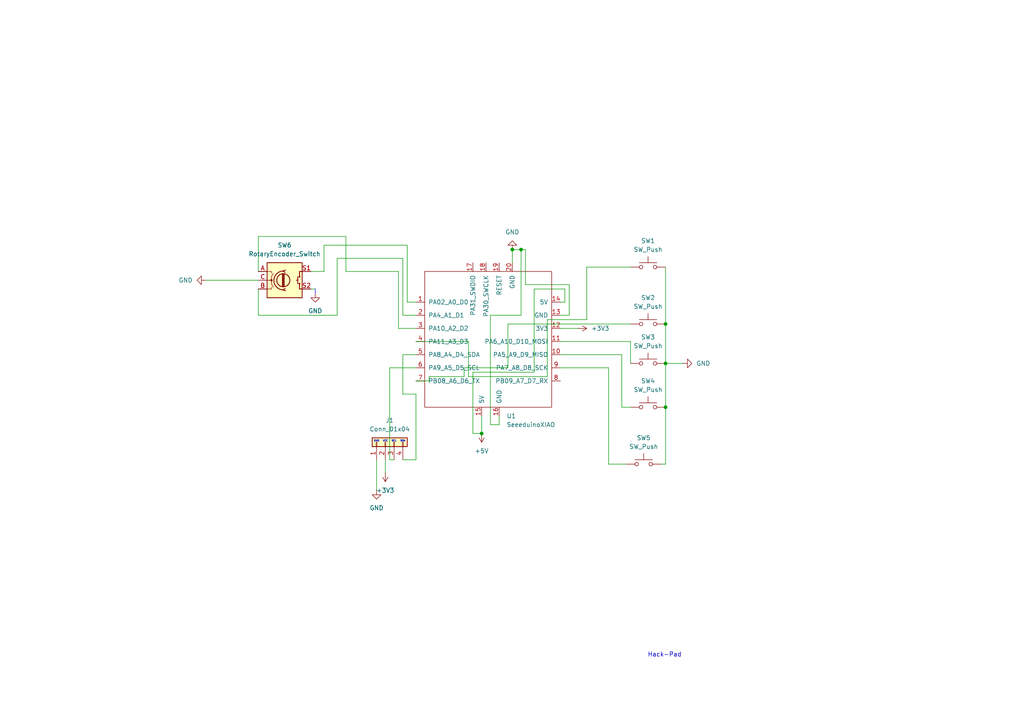
<source format=kicad_sch>
(kicad_sch (version 20250114) (generator "eeschema") (generator_version "9.0")
  (paper "A4")
  (lib_symbols
    (symbol "Connector_Generic:Conn_01x04" (pin_names (offset 1.016) (hide yes))
      (property "Reference" "J" (at 0 5.08 0))
      (property "Value" "Conn_01x04" (at 0 -7.62 0))
      (symbol "Conn_01x04_1_1"
        (rectangle (start -1.27 3.81) (end 1.27 -6.35) (stroke (width 0.254)) (fill (type background)))
        (rectangle (start -1.27 2.667) (end 0 2.413) (stroke (width 0.1524)))
        (rectangle (start -1.27 0.127) (end 0 -0.127) (stroke (width 0.1524)))
        (rectangle (start -1.27 -2.413) (end 0 -2.667) (stroke (width 0.1524)))
        (rectangle (start -1.27 -4.953) (end 0 -5.207) (stroke (width 0.1524)))
        (pin passive line (at -5.08 2.54 0) (length 3.81) (name "Pin_1") (number "1"))
        (pin passive line (at -5.08 0 0) (length 3.81) (name "Pin_2") (number "2"))
        (pin passive line (at -5.08 -2.54 0) (length 3.81) (name "Pin_3") (number "3"))
        (pin passive line (at -5.08 -5.08 0) (length 3.81) (name "Pin_4") (number "4"))
      )
    )
    (symbol "Device:RotaryEncoder_Switch" (pin_names (offset 0.254) (hide yes))
      (property "Reference" "SW" (at 0 6.604 0))
      (property "Value" "RotaryEncoder_Switch" (at 0 -6.604 0))
      (symbol "RotaryEncoder_Switch_0_1"
        (rectangle (start -5.08 5.08) (end 5.08 -5.08) (stroke (width 0.254)) (fill (type background)))
        (polyline (pts (xy -5.08 2.54) (xy -3.81 2.54) (xy -3.81 2.032)))
        (polyline (pts (xy -5.08 0) (xy -3.81 0) (xy -3.81 -1.016) (xy -3.302 -2.032)))
        (polyline (pts (xy -5.08 -2.54) (xy -3.81 -2.54) (xy -3.81 -2.032)))
        (polyline (pts (xy -4.318 0) (xy -3.81 0) (xy -3.81 1.016) (xy -3.302 2.032)))
        (circle (center -3.81 0) (radius 0.254) (fill (type outline)))
        (polyline (pts (xy -0.635 -1.778) (xy -0.635 1.778)) (stroke (width 0.254)))
        (circle (center -0.381 0) (radius 1.905) (stroke (width 0.254)))
        (polyline (pts (xy -0.381 -1.778) (xy -0.381 1.778)) (stroke (width 0.254)))
        (arc (start -0.381 -2.794) (mid -3.0988 -0.0635) (end -0.381 2.667) (stroke (width 0.254)))
        (polyline (pts (xy -0.127 1.778) (xy -0.127 -1.778)) (stroke (width 0.254)))
        (polyline (pts (xy 0.254 2.921) (xy -0.508 2.667) (xy 0.127 2.286)) (stroke (width 0.254)))
        (polyline (pts (xy 0.254 -3.048) (xy -0.508 -2.794) (xy 0.127 -2.413)) (stroke (width 0.254)))
        (polyline (pts (xy 3.81 1.016) (xy 3.81 -1.016)) (stroke (width 0.254)))
        (polyline (pts (xy 3.81 0) (xy 3.429 0)) (stroke (width 0.254)))
        (circle (center 4.318 1.016) (radius 0.127) (stroke (width 0.254)))
        (circle (center 4.318 -1.016) (radius 0.127) (stroke (width 0.254)))
        (polyline (pts (xy 5.08 2.54) (xy 4.318 2.54) (xy 4.318 1.016)) (stroke (width 0.254)))
        (polyline (pts (xy 5.08 -2.54) (xy 4.318 -2.54) (xy 4.318 -1.016)) (stroke (width 0.254)))
      )
      (symbol "RotaryEncoder_Switch_1_1"
        (pin passive line (at -7.62 2.54 0) (length 2.54) (name "A") (number "A"))
        (pin passive line (at -7.62 0 0) (length 2.54) (name "C") (number "C"))
        (pin passive line (at -7.62 -2.54 0) (length 2.54) (name "B") (number "B"))
        (pin passive line (at 7.62 2.54 180) (length 2.54) (name "S1") (number "S1"))
        (pin passive line (at 7.62 -2.54 180) (length 2.54) (name "S2") (number "S2"))
      )
    )
    (symbol "Seeeduino XIAO:SeeeduinoXIAO" (pin_names (offset 1.016))
      (property "Reference" "U" (at -19.05 22.86 0))
      (property "Value" "SeeeduinoXIAO" (at -12.7 21.59 0))
      (symbol "SeeeduinoXIAO_0_1"
        (rectangle (start -19.05 20.32) (end 17.78 -19.05))
      )
      (symbol "SeeeduinoXIAO_1_1"
        (pin unspecified line (at -21.59 11.43 0) (length 2.54) (name "PA02_A0_D0") (number "1"))
        (pin unspecified line (at -21.59 7.62 0) (length 2.54) (name "PA4_A1_D1") (number "2"))
        (pin unspecified line (at -21.59 3.81 0) (length 2.54) (name "PA10_A2_D2") (number "3"))
        (pin unspecified line (at -21.59 0 0) (length 2.54) (name "PA11_A3_D3") (number "4"))
        (pin unspecified line (at -21.59 -3.81 0) (length 2.54) (name "PA8_A4_D4_SDA") (number "5"))
        (pin unspecified line (at -21.59 -7.62 0) (length 2.54) (name "PA9_A5_D5_SCL") (number "6"))
        (pin unspecified line (at -21.59 -11.43 0) (length 2.54) (name "PB08_A6_D6_TX") (number "7"))
        (pin input line (at -5.08 22.86 270) (length 2.54) (name "PA31_SWDIO") (number "17"))
        (pin input line (at -2.54 -21.59 90) (length 2.54) (name "5V") (number "15"))
        (pin input line (at -1.27 22.86 270) (length 2.54) (name "PA30_SWCLK") (number "18"))
        (pin input line (at 2.54 22.86 270) (length 2.54) (name "RESET") (number "19"))
        (pin input line (at 2.54 -21.59 90) (length 2.54) (name "GND") (number "16"))
        (pin input line (at 6.35 22.86 270) (length 2.54) (name "GND") (number "20"))
        (pin unspecified line (at 20.32 11.43 180) (length 2.54) (name "5V") (number "14"))
        (pin unspecified line (at 20.32 7.62 180) (length 2.54) (name "GND") (number "13"))
        (pin unspecified line (at 20.32 3.81 180) (length 2.54) (name "3V3") (number "12"))
        (pin unspecified line (at 20.32 0 180) (length 2.54) (name "PA6_A10_D10_MOSI") (number "11"))
        (pin unspecified line (at 20.32 -3.81 180) (length 2.54) (name "PA5_A9_D9_MISO") (number "10"))
        (pin unspecified line (at 20.32 -7.62 180) (length 2.54) (name "PA7_A8_D8_SCK") (number "9"))
        (pin unspecified line (at 20.32 -11.43 180) (length 2.54) (name "PB09_A7_D7_RX") (number "8"))
      )
    )
    (symbol "Switch:SW_Push" (pin_numbers (hide yes)) (pin_names (offset 1.016) (hide yes))
      (property "Reference" "SW" (at 1.27 2.54 0))
      (property "Value" "SW_Push" (at 0 -1.524 0))
      (symbol "SW_Push_0_1"
        (circle (center -2.032 0) (radius 0.508))
        (polyline (pts (xy 0 1.27) (xy 0 3.048)))
        (circle (center 2.032 0) (radius 0.508))
        (polyline (pts (xy 2.54 1.27) (xy -2.54 1.27)))
        (pin passive line (at -5.08 0 0) (length 2.54) (name "1") (number "1"))
        (pin passive line (at 5.08 0 180) (length 2.54) (name "2") (number "2"))
      )
    )
    (symbol "power:+3V3" (power) (pin_numbers (hide yes)) (pin_names (offset 0) (hide yes))
      (property "Value" "+3V3" (at 0 3.556 0))
      (symbol "+3V3_0_1"
        (polyline (pts (xy -0.762 1.27) (xy 0 2.54)))
        (polyline (pts (xy 0 2.54) (xy 0.762 1.27)))
        (polyline (pts (xy 0 0) (xy 0 2.54)))
      )
      (symbol "+3V3_1_1"
        (pin power_in line (at 0 0 90) (length 0) (name "~") (number "1"))
      )
    )
    (symbol "power:+5V" (power) (pin_numbers (hide yes)) (pin_names (offset 0) (hide yes))
      (property "Value" "+5V" (at 0 3.556 0))
      (symbol "+5V_0_1"
        (polyline (pts (xy -0.762 1.27) (xy 0 2.54)))
        (polyline (pts (xy 0 2.54) (xy 0.762 1.27)))
        (polyline (pts (xy 0 0) (xy 0 2.54)))
      )
      (symbol "+5V_1_1"
        (pin power_in line (at 0 0 90) (length 0) (name "~") (number "1"))
      )
    )
    (symbol "power:GND" (power) (pin_numbers (hide yes)) (pin_names (offset 0) (hide yes))
      (property "Value" "GND" (at 0 -3.81 0))
      (symbol "GND_0_1"
        (polyline (pts (xy 0 0) (xy 0 -1.27) (xy 1.27 -1.27) (xy 0 -2.54) (xy -1.27 -1.27) (xy 0 -1.27)))
      )
      (symbol "GND_1_1"
        (pin power_in line (at 0 0 270) (length 0) (name "~") (number "1"))
      )
    )
  )
  (text "Hack-Pad\n" (at 192.786 189.992 0) (effects (font (size 1.27 1.27))))
  (text "SDA\n" (at 116.84 128.016 0) (effects (font (size 0.508 0.508))))
  (text "SW_Push" (at -95.25 -5.08 0) (effects (font (size 1.27 1.27))))
  (text "SCL" (at 114.3 128.016 0) (effects (font (size 0.508 0.508))))
  (text "VCC\n" (at 111.76 128.016 0) (effects (font (size 0.508 0.508))))
  (text "GND\n" (at 109.22 128.016 0) (effects (font (size 0.508 0.508))))
  (junction (at 193.04 118.11))
  (junction (at 139.7 125.73))
  (junction (at 148.59 72.39))
  (junction (at 193.04 105.41))
  (junction (at 193.04 93.98))
  (junction (at 151.13 72.39))
  (wire (pts (xy 144.78 123.19) (xy 142.24 123.19)))
  (wire (pts (xy 148.59 72.39) (xy 148.59 76.2)))
  (wire (pts (xy 113.03 106.68) (xy 120.65 106.68)))
  (wire (pts (xy 162.56 102.87) (xy 180.34 102.87)))
  (wire (pts (xy 91.44 83.82) (xy 91.44 85.09)) (stroke (width 0) (color 0 0 255 1)))
  (wire (pts (xy 134.62 109.22) (xy 134.62 106.68)))
  (wire (pts (xy 147.32 93.98) (xy 182.88 93.98)))
  (wire (pts (xy 152.4 82.55) (xy 152.4 72.39)))
  (wire (pts (xy 114.3 133.35) (xy 113.03 133.35)))
  (wire (pts (xy 120.65 133.35) (xy 120.65 114.3)))
  (wire (pts (xy 116.84 133.35) (xy 120.65 133.35)))
  (wire (pts (xy 180.34 102.87) (xy 180.34 118.11)))
  (wire (pts (xy 165.1 91.44) (xy 165.1 82.55)))
  (wire (pts (xy 158.75 109.22) (xy 135.89 109.22)))
  (wire (pts (xy 137.16 107.95) (xy 154.94 107.95)))
  (wire (pts (xy 59.69 81.28) (xy 74.93 81.28)))
  (wire (pts (xy 116.84 74.93) (xy 116.84 91.44)))
  (wire (pts (xy 193.04 93.98) (xy 193.04 105.41)))
  (wire (pts (xy 148.59 72.39) (xy 151.13 72.39)))
  (wire (pts (xy 116.84 102.87) (xy 120.65 102.87)))
  (wire (pts (xy 100.33 78.74) (xy 115.57 78.74)))
  (wire (pts (xy 193.04 77.47) (xy 193.04 93.98)))
  (wire (pts (xy 142.24 91.44) (xy 151.13 91.44)))
  (wire (pts (xy 90.17 83.82) (xy 91.44 83.82)))
  (wire (pts (xy 162.56 91.44) (xy 165.1 91.44)))
  (wire (pts (xy 135.89 109.22) (xy 135.89 99.06)))
  (wire (pts (xy 118.11 87.63) (xy 120.65 87.63)))
  (wire (pts (xy 134.62 106.68) (xy 147.32 106.68)))
  (wire (pts (xy 163.83 87.63) (xy 162.56 87.63)))
  (wire (pts (xy 113.03 133.35) (xy 113.03 106.68)))
  (wire (pts (xy 120.65 110.49) (xy 124.46 110.49)))
  (wire (pts (xy 124.46 109.22) (xy 134.62 109.22)))
  (wire (pts (xy 193.04 105.41) (xy 193.04 118.11)))
  (wire (pts (xy 74.93 68.58) (xy 100.33 68.58)))
  (wire (pts (xy 97.79 74.93) (xy 116.84 74.93)))
  (wire (pts (xy 97.79 91.44) (xy 97.79 74.93)))
  (wire (pts (xy 124.46 110.49) (xy 124.46 109.22)))
  (wire (pts (xy 154.94 83.82) (xy 163.83 83.82)))
  (wire (pts (xy 158.75 92.71) (xy 158.75 109.22)))
  (wire (pts (xy 139.7 120.65) (xy 139.7 125.73)))
  (wire (pts (xy 151.13 72.39) (xy 152.4 72.39)))
  (wire (pts (xy 165.1 82.55) (xy 152.4 82.55)))
  (wire (pts (xy 182.88 99.06) (xy 182.88 105.41)))
  (wire (pts (xy 93.98 78.74) (xy 93.98 71.12)))
  (wire (pts (xy 135.89 99.06) (xy 120.65 99.06)))
  (wire (pts (xy 193.04 134.62) (xy 193.04 118.11)))
  (wire (pts (xy 170.18 77.47) (xy 182.88 77.47)))
  (wire (pts (xy 74.93 91.44) (xy 97.79 91.44)))
  (wire (pts (xy 109.22 133.35) (xy 109.22 142.24)))
  (wire (pts (xy 144.78 120.65) (xy 144.78 123.19)))
  (wire (pts (xy 115.57 78.74) (xy 115.57 95.25)))
  (wire (pts (xy 142.24 123.19) (xy 142.24 91.44)))
  (wire (pts (xy 116.84 114.3) (xy 116.84 102.87)))
  (wire (pts (xy 170.18 92.71) (xy 170.18 77.47)))
  (wire (pts (xy 137.16 125.73) (xy 137.16 107.95)))
  (wire (pts (xy 163.83 83.82) (xy 163.83 87.63)))
  (wire (pts (xy 74.93 78.74) (xy 74.93 68.58)))
  (wire (pts (xy 151.13 91.44) (xy 151.13 72.39)))
  (wire (pts (xy 191.77 134.62) (xy 193.04 134.62)))
  (wire (pts (xy 115.57 95.25) (xy 120.65 95.25)))
  (wire (pts (xy 162.56 95.25) (xy 167.64 95.25)))
  (wire (pts (xy 154.94 107.95) (xy 154.94 83.82)))
  (wire (pts (xy 162.56 99.06) (xy 182.88 99.06)))
  (wire (pts (xy 180.34 118.11) (xy 182.88 118.11)))
  (wire (pts (xy 158.75 92.71) (xy 170.18 92.71)))
  (wire (pts (xy 118.11 71.12) (xy 118.11 87.63)))
  (wire (pts (xy 116.84 91.44) (xy 120.65 91.44)))
  (wire (pts (xy 176.53 106.68) (xy 176.53 134.62)))
  (wire (pts (xy 139.7 125.73) (xy 137.16 125.73)))
  (wire (pts (xy 193.04 105.41) (xy 198.12 105.41)))
  (wire (pts (xy 176.53 134.62) (xy 181.61 134.62)))
  (wire (pts (xy 120.65 114.3) (xy 116.84 114.3)))
  (wire (pts (xy 74.93 83.82) (xy 74.93 91.44)))
  (wire (pts (xy 162.56 106.68) (xy 176.53 106.68)))
  (wire (pts (xy 100.33 68.58) (xy 100.33 78.74)))
  (wire (pts (xy 90.17 78.74) (xy 93.98 78.74)))
  (wire (pts (xy 93.98 71.12) (xy 118.11 71.12)))
  (wire (pts (xy 111.76 133.35) (xy 111.76 137.16)))
  (wire (pts (xy 147.32 106.68) (xy 147.32 93.98)))
  (symbol (lib_id "Switch:SW_Push") (at 186.69 134.62 0) (unit 1)
    (property "Reference" "SW5" (at 186.69 127 0))
    (property "Value" "SW_Push" (at 186.69 129.54 0))
    (property "Footprint" "Button_Switch_Keyboard:SW_Cherry_MX_1.00u_PCB" (effects (hide yes)))
    (property "Description" "Push button switch, generic, two pins" (effects (hide yes)))
  )
  (symbol (lib_id "Connector_Generic:Conn_01x04") (at 111.76 128.27 90) (unit 1)
    (property "Reference" "J1" (at 113.03 121.92 90))
    (property "Value" "Conn_01x04" (at 113.03 124.46 90))
    (property "Footprint" "Connector_PinHeader.2.54mm:PinHeader_1x04_P2.54mm_Vertical" (effects (hide yes)))
    (property "Description" "Generic connector, single row, 01x04, script generated (kicad-library-utils/schlib/autogen/connector/)" (effects (hide yes)))
  )
  (symbol (lib_id "power:GND") (at 109.22 142.24 0) (unit 1)
    (property "Reference" "#PWR06" (effects (hide yes)))
    (property "Value" "GND" (at 109.22 147.32 0))
    (property "Description" "Power symbol creates a global label with name \"GND\" , ground" (effects (hide yes)))
  )
  (symbol (lib_id "power:GND") (at 198.12 105.41 90) (unit 1)
    (property "Reference" "#PWR08" (effects (hide yes)))
    (property "Value" "GND" (at 201.93 105.4099 90) (effects (justify right)))
    (property "Description" "Power symbol creates a global label with name \"GND\" , ground" (effects (hide yes)))
  )
  (symbol (lib_id "Seeeduino XIAO:SeeeduinoXIAO") (at 142.24 99.06 0) (unit 1)
    (property "Reference" "U1" (at 146.9233 120.65 0) (effects (justify left)))
    (property "Value" "SeeeduinoXIAO" (at 146.9233 123.19 0) (effects (justify left)))
    (property "Footprint" "XIAO-THT:XIAO-SAMD21-SMD" (effects (hide yes)))
  )
  (symbol (lib_id "power:GND") (at 148.59 72.39 180) (unit 1)
    (property "Reference" "#PWR01" (effects (hide yes)))
    (property "Value" "GND" (at 148.59 67.31 0))
    (property "Description" "Power symbol creates a global label with name \"GND\" , ground" (effects (hide yes)))
  )
  (symbol (lib_id "power:+3V3") (at 111.76 137.16 180) (unit 1)
    (property "Reference" "#PWR07" (effects (hide yes)))
    (property "Value" "+3V3" (at 111.76 142.24 0))
    (property "Description" "Power symbol creates a global label with name \"+3V3\"" (effects (hide yes)))
  )
  (symbol (lib_id "power:GND") (at 59.69 81.28 270) (unit 1)
    (property "Reference" "#PWR05" (effects (hide yes)))
    (property "Value" "GND" (at 55.88 81.2799 90) (effects (justify right)))
    (property "Description" "Power symbol creates a global label with name \"GND\" , ground" (effects (hide yes)))
  )
  (symbol (lib_id "Switch:SW_Push") (at 187.96 118.11 0) (unit 1)
    (property "Reference" "SW4" (at 187.96 110.49 0))
    (property "Value" "SW_Push" (at 187.96 113.03 0))
    (property "Footprint" "Button_Switch_Keyboard:SW_Cherry_MX_1.00u_PCB" (effects (hide yes)))
    (property "Description" "Push button switch, generic, two pins" (effects (hide yes)))
  )
  (symbol (lib_id "power:+3V3") (at 167.64 95.25 270) (unit 1)
    (property "Reference" "#PWR03" (effects (hide yes)))
    (property "Value" "+3V3" (at 171.45 95.2499 90) (effects (justify left)))
    (property "Description" "Power symbol creates a global label with name \"+3V3\"" (effects (hide yes)))
  )
  (symbol (lib_id "Switch:SW_Push") (at 187.96 105.41 0) (unit 1)
    (property "Reference" "SW3" (at 187.96 97.79 0))
    (property "Value" "SW_Push" (at 187.96 100.33 0))
    (property "Footprint" "Button_Switch_Keyboard:SW_Cherry_MX_1.00u_PCB" (effects (hide yes)))
    (property "Description" "Push button switch, generic, two pins" (effects (hide yes)))
  )
  (symbol (lib_id "power:GND") (at 91.44 85.09 0) (unit 1)
    (property "Reference" "#PWR04" (effects (hide yes)))
    (property "Value" "GND" (at 91.44 90.17 0))
    (property "Description" "Power symbol creates a global label with name \"GND\" , ground" (effects (hide yes)))
  )
  (symbol (lib_id "Device:RotaryEncoder_Switch") (at 82.55 81.28 0) (unit 1)
    (property "Reference" "SW6" (at 82.55 71.12 0))
    (property "Value" "RotaryEncoder_Switch" (at 82.55 73.66 0))
    (property "Footprint" "Rotary_Encoder:RotaryEncoder_Alps_EC11E-Switch_Vertical_H20mm" (effects (hide yes)))
    (property "Description" "Rotary encoder, dual channel, incremental quadrate outputs, with switch" (effects (hide yes)))
  )
  (symbol (lib_id "Switch:SW_Push") (at 187.96 93.98 0) (unit 1)
    (property "Reference" "SW2" (at 187.96 86.36 0))
    (property "Value" "SW_Push" (at 187.96 88.9 0))
    (property "Footprint" "Button_Switch_Keyboard:SW_Cherry_MX_1.00u_PCB" (effects (hide yes)))
    (property "Description" "Push button switch, generic, two pins" (effects (hide yes)))
  )
  (symbol (lib_id "Switch:SW_Push") (at 187.96 77.47 0) (unit 1)
    (property "Reference" "SW1" (at 187.96 69.85 0))
    (property "Value" "SW_Push" (at 187.96 72.39 0))
    (property "Footprint" "Button_Switch_Keyboard:SW_Cherry_MX_1.00u_PCB" (effects (hide yes)))
    (property "Description" "Push button switch, generic, two pins" (effects (hide yes)))
  )
  (symbol (lib_id "power:+5V") (at 139.7 125.73 180) (unit 1)
    (property "Reference" "#PWR02" (effects (hide yes)))
    (property "Value" "+5V" (at 139.7 130.81 0))
    (property "Description" "Power symbol creates a global label with name \"+5V\"" (effects (hide yes)))
  )
)
</source>
